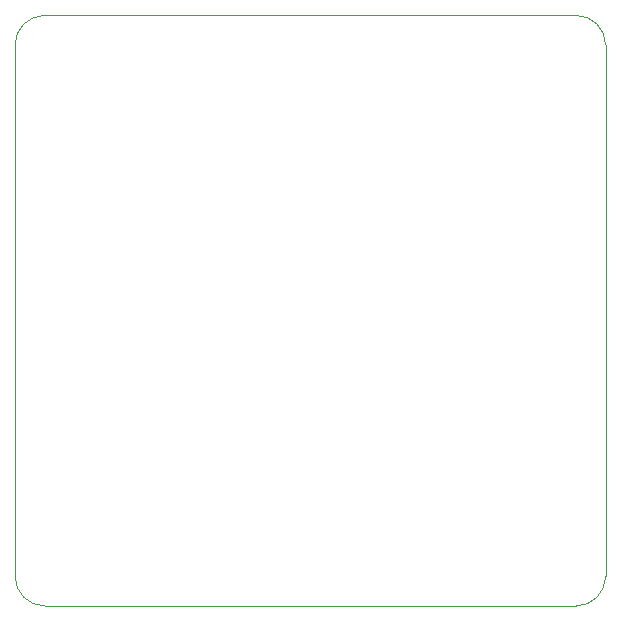
<source format=gm1>
G04 #@! TF.GenerationSoftware,KiCad,Pcbnew,5.1.10*
G04 #@! TF.CreationDate,2021-12-31T02:12:40+02:00*
G04 #@! TF.ProjectId,pwm-controller,70776d2d-636f-46e7-9472-6f6c6c65722e,rev?*
G04 #@! TF.SameCoordinates,Original*
G04 #@! TF.FileFunction,Profile,NP*
%FSLAX46Y46*%
G04 Gerber Fmt 4.6, Leading zero omitted, Abs format (unit mm)*
G04 Created by KiCad (PCBNEW 5.1.10) date 2021-12-31 02:12:40*
%MOMM*%
%LPD*%
G01*
G04 APERTURE LIST*
G04 #@! TA.AperFunction,Profile*
%ADD10C,0.050000*%
G04 #@! TD*
G04 APERTURE END LIST*
D10*
X78700000Y-126200000D02*
G75*
G02*
X76200000Y-123700000I0J2500000D01*
G01*
X76200000Y-78700000D02*
G75*
G02*
X78700000Y-76200000I2500000J0D01*
G01*
X123700000Y-76200000D02*
G75*
G02*
X126200000Y-78700000I0J-2500000D01*
G01*
X126200000Y-123700000D02*
G75*
G02*
X123700000Y-126200000I-2500000J0D01*
G01*
X76200000Y-78700000D02*
X76200000Y-123700000D01*
X123700000Y-76200000D02*
X78700000Y-76200000D01*
X126200000Y-123700000D02*
X126200000Y-78700000D01*
X78700000Y-126200000D02*
X123700000Y-126200000D01*
M02*

</source>
